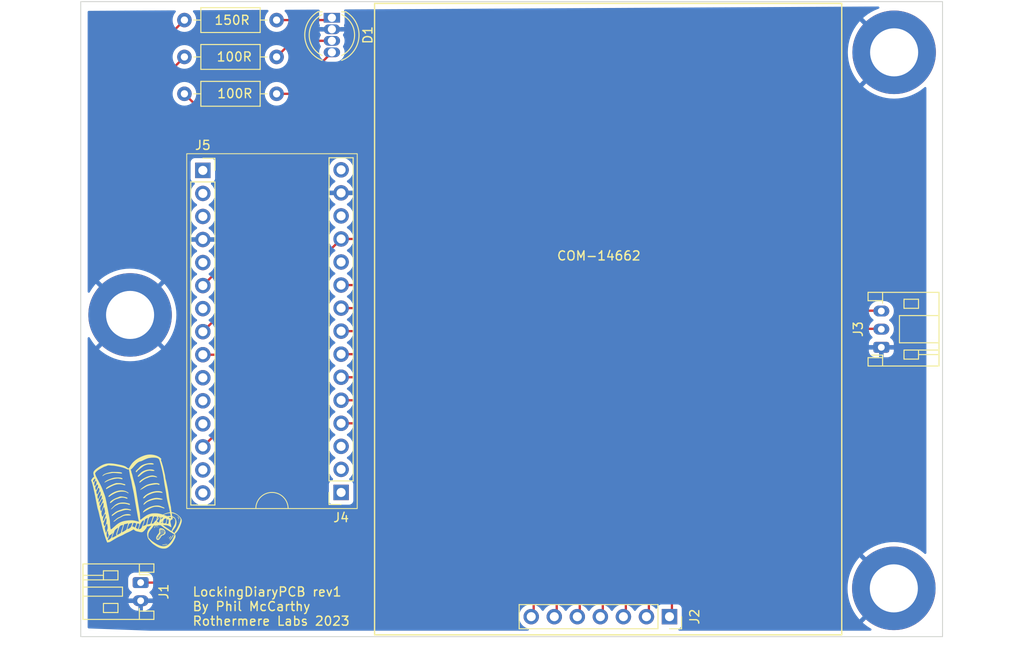
<source format=kicad_pcb>
(kicad_pcb (version 20221018) (generator pcbnew)
  (layers (0 "F.Cu" signal) (31 "B.Cu" signal) (34 "B.Paste" user) (35 "F.Paste" user) (36 "B.SilkS" user "B.Silkscreen") (37 "F.SilkS" user "F.Silkscreen") (38 "B.Mask" user) (39 "F.Mask" user) (44 "Edge.Cuts" user))
  (net 0 "")
  (net 1 "Net-(D1-RA)")
  (net 2 "GND")
  (net 3 "Net-(D1-GA)")
  (net 4 "Net-(D1-BA)")
  (net 5 "+5V")
  (net 6 "/ServoPWM")
  (net 10 "/keys_r2")
  (net 11 "/keys_r3")
  (net 12 "/keys_c3")
  (net 13 "/keys_r4")
  (net 14 "/keys_c1")
  (net 15 "/keys_r1")
  (net 16 "/keys_c2")
  (net 24 "/Red")
  (net 26 "/Green")
  (net 27 "/Blue")
  (footprint "Connector_PinSocket_2.54mm:PinSocket_1x15_P2.54mm_Vertical" (layer "F.Cu") (at 120.142 84.896)
    (fp_text reference "J5" (at 0 -2.77) (layer "F.SilkS"))
    (fp_text value "Every_Nano_RightHdr")
    (pad "1" thru_hole rect (at 0 0) (size 1.7 1.7) (drill 1) (layers "*.Cu" "*.Mask"))
    (pad "2" thru_hole oval (at 0 2.54) (size 1.7 1.7) (drill 1) (layers "*.Cu" "*.Mask"))
    (pad "3" thru_hole oval (at 0 5.08) (size 1.7 1.7) (drill 1) (layers "*.Cu" "*.Mask"))
    (pad "4" thru_hole oval (at 0 7.62) (size 1.7 1.7) (drill 1) (layers "*.Cu" "*.Mask") (net 2 "GND"))
    (pad "5" thru_hole oval (at 0 10.16) (size 1.7 1.7) (drill 1) (layers "*.Cu" "*.Mask"))
    (pad "6" thru_hole oval (at 0 12.7) (size 1.7 1.7) (drill 1) (layers "*.Cu" "*.Mask") (net 24 "/Red"))
    (pad "7" thru_hole oval (at 0 15.24) (size 1.7 1.7) (drill 1) (layers "*.Cu" "*.Mask"))
    (pad "8" thru_hole oval (at 0 17.78) (size 1.7 1.7) (drill 1) (layers "*.Cu" "*.Mask") (net 26 "/Green"))
    (pad "9" thru_hole oval (at 0 20.32) (size 1.7 1.7) (drill 1) (layers "*.Cu" "*.Mask") (net 27 "/Blue"))
    (pad "10" thru_hole oval (at 0 22.86) (size 1.7 1.7) (drill 1) (layers "*.Cu" "*.Mask"))
    (pad "11" thru_hole oval (at 0 25.4) (size 1.7 1.7) (drill 1) (layers "*.Cu" "*.Mask"))
    (pad "12" thru_hole oval (at 0 27.94) (size 1.7 1.7) (drill 1) (layers "*.Cu" "*.Mask"))
    (pad "13" thru_hole oval (at 0 30.48) (size 1.7 1.7) (drill 1) (layers "*.Cu" "*.Mask") (net 6 "/ServoPWM"))
    (pad "14" thru_hole oval (at 0 33.02) (size 1.7 1.7) (drill 1) (layers "*.Cu" "*.Mask"))
    (pad "15" thru_hole oval (at 0 35.56) (size 1.7 1.7) (drill 1) (layers "*.Cu" "*.Mask"))
  )
  (footprint "Connector_PinSocket_2.54mm:PinSocket_1x07_P2.54mm_Vertical" (layer "F.Cu") (at 171.58 134.09 -90)
    (fp_text reference "J2" (at 0 -2.77 90) (layer "F.SilkS"))
    (fp_text value "Keypad_Socket")
    (pad "1" thru_hole rect locked (at 0 0 270) (size 1.7 1.7) (drill 1) (layers "*.Cu" "*.Mask") (net 16 "/keys_c2"))
    (pad "2" thru_hole oval locked (at 0 2.54 270) (size 1.7 1.7) (drill 1) (layers "*.Cu" "*.Mask") (net 15 "/keys_r1"))
    (pad "3" thru_hole oval locked (at 0 5.08 270) (size 1.7 1.7) (drill 1) (layers "*.Cu" "*.Mask") (net 14 "/keys_c1"))
    (pad "4" thru_hole oval locked (at 0 7.62 270) (size 1.7 1.7) (drill 1) (layers "*.Cu" "*.Mask") (net 13 "/keys_r4"))
    (pad "5" thru_hole oval locked (at 0 10.16 270) (size 1.7 1.7) (drill 1) (layers "*.Cu" "*.Mask") (net 12 "/keys_c3"))
    (pad "6" thru_hole oval locked (at 0 12.7 270) (size 1.7 1.7) (drill 1) (layers "*.Cu" "*.Mask") (net 11 "/keys_r3"))
    (pad "7" thru_hole oval locked (at 0 15.24 270) (size 1.7 1.7) (drill 1) (layers "*.Cu" "*.Mask") (net 10 "/keys_r2"))
  )
  (footprint "Resistor_THT:R_Axial_DIN0207_L6.3mm_D2.5mm_P10.16mm_Horizontal" (layer "F.Cu") (at 128.27 72.39 180)
    (fp_text reference "R2" hide)
    (fp_text value "100R")
    (fp_text user "100R" (at 4.66 0.01 unlocked) (layer "F.SilkS"))
    (pad "1" thru_hole circle (at 0 0 180) (size 1.6 1.6) (drill 0.8) (layers "*.Cu" "*.Mask") (net 3 "Net-(D1-GA)"))
    (pad "2" thru_hole oval (at 10.16 0 180) (size 1.6 1.6) (drill 0.8) (layers "*.Cu" "*.Mask") (net 26 "/Green"))
  )
  (footprint "Resistor_THT:R_Axial_DIN0207_L6.3mm_D2.5mm_P10.16mm_Horizontal" (layer "F.Cu") (at 128.27 68.326 180)
    (fp_text reference "R1" hide)
    (fp_text value "150R")
    (fp_text user "150R" (at 4.9 -0.014 unlocked) (layer "F.SilkS"))
    (pad "1" thru_hole circle (at 0 0 180) (size 1.6 1.6) (drill 0.8) (layers "*.Cu" "*.Mask") (net 1 "Net-(D1-RA)"))
    (pad "2" thru_hole oval (at 10.16 0 180) (size 1.6 1.6) (drill 0.8) (layers "*.Cu" "*.Mask") (net 24 "/Red"))
  )
  (footprint "Connector_PinSocket_2.54mm:PinSocket_1x15_P2.54mm_Vertical" (layer "F.Cu") (at 135.382 120.396 180)
    (fp_text reference "J4" (at 0 -2.77) (layer "F.SilkS"))
    (fp_text value "Every_Nano_LeftHdr")
    (pad "1" thru_hole rect (at 0 0 180) (size 1.7 1.7) (drill 1) (layers "*.Cu" "*.Mask"))
    (pad "2" thru_hole oval (at 0 2.54 180) (size 1.7 1.7) (drill 1) (layers "*.Cu" "*.Mask"))
    (pad "3" thru_hole oval (at 0 5.08 180) (size 1.7 1.7) (drill 1) (layers "*.Cu" "*.Mask"))
    (pad "4" thru_hole oval (at 0 7.62 180) (size 1.7 1.7) (drill 1) (layers "*.Cu" "*.Mask") (net 10 "/keys_r2"))
    (pad "5" thru_hole oval (at 0 10.16 180) (size 1.7 1.7) (drill 1) (layers "*.Cu" "*.Mask") (net 11 "/keys_r3"))
    (pad "6" thru_hole oval (at 0 12.7 180) (size 1.7 1.7) (drill 1) (layers "*.Cu" "*.Mask") (net 12 "/keys_c3"))
    (pad "7" thru_hole oval (at 0 15.24 180) (size 1.7 1.7) (drill 1) (layers "*.Cu" "*.Mask") (net 13 "/keys_r4"))
    (pad "8" thru_hole oval (at 0 17.78 180) (size 1.7 1.7) (drill 1) (layers "*.Cu" "*.Mask") (net 14 "/keys_c1"))
    (pad "9" thru_hole oval (at 0 20.32 180) (size 1.7 1.7) (drill 1) (layers "*.Cu" "*.Mask") (net 15 "/keys_r1"))
    (pad "10" thru_hole oval (at 0 22.86 180) (size 1.7 1.7) (drill 1) (layers "*.Cu" "*.Mask") (net 16 "/keys_c2"))
    (pad "11" thru_hole oval (at 0 25.4 180) (size 1.7 1.7) (drill 1) (layers "*.Cu" "*.Mask"))
    (pad "12" thru_hole oval (at 0 27.94 180) (size 1.7 1.7) (drill 1) (layers "*.Cu" "*.Mask") (net 5 "+5V"))
    (pad "13" thru_hole oval (at 0 30.48 180) (size 1.7 1.7) (drill 1) (layers "*.Cu" "*.Mask"))
    (pad "14" thru_hole oval (at 0 33.02 180) (size 1.7 1.7) (drill 1) (layers "*.Cu" "*.Mask") (net 2 "GND"))
    (pad "15" thru_hole oval (at 0 35.56 180) (size 1.7 1.7) (drill 1) (layers "*.Cu" "*.Mask"))
  )
  (footprint "logo:lockingdiarylogo" (layer "F.Cu") (at 112.82 121.4)
    (fp_text reference "G***" hide)
    (fp_text value "LOGO" hide)
  )
  (footprint "MountingHole:MountingHole_5.3mm_M5_DIN965_Pad" (layer "F.Cu") (at 196.31 130.97)
    (fp_text reference "REF**" hide)
    (fp_text value "MountingHole_5.3mm_M5_DIN965_Pad")
    (pad "1" thru_hole circle (at 0 0) (size 9.2 9.2) (drill 5.3) (layers "*.Cu" "*.Mask") (net 2 "GND"))
  )
  (footprint "Connector_JST:JST_PH_S2B-PH-K_1x02_P2.00mm_Horizontal" (layer "F.Cu") (at 113.284 130.334 -90)
    (fp_text reference "J1" (at 1 -2.55 90) (layer "F.SilkS"))
    (fp_text value "Power_Socket")
    (pad "1" thru_hole roundrect (at 0 0 270) (size 1.2 1.75) (drill 0.75) (layers "*.Cu" "*.Mask") (roundrect_rratio 0.2083333333) (net 5 "+5V"))
    (pad "2" thru_hole oval (at 2 0 270) (size 1.2 1.75) (drill 0.75) (layers "*.Cu" "*.Mask") (net 2 "GND"))
  )
  (footprint "MountingHole:MountingHole_5.3mm_M5_DIN965_Pad" (layer "F.Cu") (at 196.342 71.882)
    (fp_text reference "REF**" hide)
    (fp_text value "MountingHole_5.3mm_M5_DIN965_Pad")
    (pad "1" thru_hole circle (at 0 0) (size 9.2 9.2) (drill 5.3) (layers "*.Cu" "*.Mask") (net 2 "GND"))
  )
  (footprint "Resistor_THT:R_Axial_DIN0207_L6.3mm_D2.5mm_P10.16mm_Horizontal" (layer "F.Cu") (at 128.27 76.454 180)
    (fp_text reference "R3" hide)
    (fp_text value "100R")
    (fp_text user "100R" (at 4.6 0.024 unlocked) (layer "F.SilkS"))
    (pad "1" thru_hole circle (at 0 0 180) (size 1.6 1.6) (drill 0.8) (layers "*.Cu" "*.Mask") (net 4 "Net-(D1-BA)"))
    (pad "2" thru_hole oval (at 10.16 0 180) (size 1.6 1.6) (drill 0.8) (layers "*.Cu" "*.Mask") (net 27 "/Blue"))
  )
  (footprint "LED_THT:LED_D5.0mm-4_RGB" (layer "F.Cu") (at 134.366 68.072 -90)
    (fp_text reference "D1" (at 1.905 -3.96 90) (layer "F.SilkS"))
    (fp_text value "LED_RKGB")
    (pad "1" thru_hole rect (at 0 0 270) (size 1.07 1.8) (drill 0.9) (layers "*.Cu" "*.Mask") (net 1 "Net-(D1-RA)"))
    (pad "2" thru_hole oval (at 1.27 0 270) (size 1.07 1.8) (drill 0.9) (layers "*.Cu" "*.Mask") (net 2 "GND"))
    (pad "3" thru_hole oval (at 2.54 0 270) (size 1.07 1.8) (drill 0.9) (layers "*.Cu" "*.Mask") (net 3 "Net-(D1-GA)"))
    (pad "4" thru_hole oval (at 3.81 0 270) (size 1.07 1.8) (drill 0.9) (layers "*.Cu" "*.Mask") (net 4 "Net-(D1-BA)"))
  )
  (footprint "MountingHole:MountingHole_5.3mm_M5_DIN965_Pad" (layer "F.Cu") (at 112.12 100.83)
    (fp_text reference "REF**" hide)
    (fp_text value "MountingHole_5.3mm_M5_DIN965_Pad")
    (pad "1" thru_hole circle (at 0 0) (size 9.2 9.2) (drill 5.3) (layers "*.Cu" "*.Mask") (net 2 "GND"))
  )
  (footprint "Connector_JST:JST_PH_S3B-PH-K_1x03_P2.00mm_Horizontal" (layer "F.Cu") (at 194.93 104.4 90)
    (fp_text reference "J3" (at 2 -2.55 90) (layer "F.SilkS"))
    (fp_text value "Servo_Socket")
    (pad "1" thru_hole roundrect (at 0 0 90) (size 1.2 1.75) (drill 0.75) (layers "*.Cu" "*.Mask") (roundrect_rratio 0.2083333333) (net 2 "GND"))
    (pad "2" thru_hole oval (at 2 0 90) (size 1.2 1.75) (drill 0.75) (layers "*.Cu" "*.Mask") (net 5 "+5V"))
    (pad "3" thru_hole oval (at 4 0 90) (size 1.2 1.75) (drill 0.75) (layers "*.Cu" "*.Mask") (net 6 "/ServoPWM"))
  )
  (gr_arc (start 125.984 122.174) (mid 127.762 120.396) (end 129.54 122.174) (stroke (width 0.1)) (layer "F.SilkS"))
  (gr_rect (start 118.364 83.058) (end 137.16 122.174) (stroke (width 0.1)) (fill none) (layer "F.SilkS"))
  (gr_rect locked (start 139.07 66.49) (end 190.57 136.09) (stroke (width 0.15)) (fill none) (layer "F.SilkS"))
  (gr_rect (start 106.68 66.294) (end 201.68 136.294) (stroke (width 0.1)) (fill none) (layer "Edge.Cuts"))
  (gr_text "LockingDiaryPCB rev1\nBy Phil McCarthy\nRothermere Labs 2023" (at 118.93 135.16) (layer "F.SilkS") (effects (font (size 1 1)) (justify left bottom)))
  (gr_text "COM-14662" (at 159.1 94.9) (layer "F.SilkS") (effects (font (size 1 1)) (justify left bottom)))
  (segment (start 128.27 68.326) (end 134.112 68.326) (width 0.25) (layer "F.Cu") (net 1))
  (segment (start 134.112 68.326) (end 134.366 68.072) (width 0.25) (layer "F.Cu") (net 1))
  (segment (start 130.048 70.612) (end 134.366 70.612) (width 0.25) (layer "F.Cu") (net 3))
  (segment (start 128.27 72.39) (end 130.048 70.612) (width 0.25) (layer "F.Cu") (net 3))
  (segment (start 129.794 76.454) (end 134.366 71.882) (width 0.25) (layer "F.Cu") (net 4))
  (segment (start 128.27 76.454) (end 129.794 76.454) (width 0.25) (layer "F.Cu") (net 4))
  (segment (start 129 130.334) (end 132.334 127) (width 0.25) (layer "F.Cu") (net 5))
  (segment (start 132.334 127) (end 132.334 95.504) (width 0.25) (layer "F.Cu") (net 5))
  (segment (start 163.322 102.362) (end 194.654 102.362) (width 0.25) (layer "F.Cu") (net 5))
  (segment (start 113.284 130.334) (end 129 130.334) (width 0.25) (layer "F.Cu") (net 5))
  (segment (start 135.382 92.456) (end 153.416 92.456) (width 0.25) (layer "F.Cu") (net 5))
  (segment (start 153.416 92.456) (end 163.322 102.362) (width 0.25) (layer "F.Cu") (net 5))
  (segment (start 132.334 95.504) (end 135.382 92.456) (width 0.25) (layer "F.Cu") (net 5))
  (segment (start 120.142 115.376) (end 130.556 104.962) (width 0.25) (layer "F.Cu") (net 6))
  (segment (start 165.386 100.362) (end 194.654 100.362) (width 0.25) (layer "F.Cu") (net 6))
  (segment (start 132.588 80.518) (end 145.542 80.518) (width 0.25) (layer "F.Cu") (net 6))
  (segment (start 145.542 80.518) (end 165.386 100.362) (width 0.25) (layer "F.Cu") (net 6))
  (segment (start 130.556 82.55) (end 132.588 80.518) (width 0.25) (layer "F.Cu") (net 6))
  (segment (start 130.556 104.962) (end 130.556 82.55) (width 0.25) (layer "F.Cu") (net 6))
  (segment (start 135.382 112.776) (end 138.43 112.776) (width 0.25) (layer "F.Cu") (net 10))
  (segment (start 138.43 112.776) (end 156.61 130.956) (width 0.25) (layer "F.Cu") (net 10))
  (segment (start 156.61 130.956) (end 156.61 134.09) (width 0.25) (layer "F.Cu") (net 10))
  (segment (start 138.76 110.18) (end 159.15 130.57) (width 0.25) (layer "F.Cu") (net 11))
  (segment (start 138.704 110.236) (end 138.76 110.18) (width 0.25) (layer "F.Cu") (net 11))
  (segment (start 135.382 110.236) (end 138.704 110.236) (width 0.25) (layer "F.Cu") (net 11))
  (segment (start 159.15 130.57) (end 159.15 134.09) (width 0.25) (layer "F.Cu") (net 11))
  (segment (start 161.69 130.956) (end 161.69 134.09) (width 0.25) (layer "F.Cu") (net 12))
  (segment (start 138.43 107.696) (end 161.69 130.956) (width 0.25) (layer "F.Cu") (net 12))
  (segment (start 135.382 107.696) (end 138.43 107.696) (width 0.25) (layer "F.Cu") (net 12))
  (segment (start 135.382 105.156) (end 138.43 105.156) (width 0.25) (layer "F.Cu") (net 13))
  (segment (start 164.23 130.956) (end 164.23 134.09) (width 0.25) (layer "F.Cu") (net 13))
  (segment (start 138.43 105.156) (end 164.23 130.956) (width 0.25) (layer "F.Cu") (net 13))
  (segment (start 138.43 102.616) (end 166.77 130.956) (width 0.25) (layer "F.Cu") (net 14))
  (segment (start 166.77 130.956) (end 166.77 134.09) (width 0.25) (layer "F.Cu") (net 14))
  (segment (start 135.382 102.616) (end 138.43 102.616) (width 0.25) (layer "F.Cu") (net 14))
  (segment (start 169.31 131.21) (end 169.31 134.09) (width 0.25) (layer "F.Cu") (net 15))
  (segment (start 138.176 100.076) (end 169.31 131.21) (width 0.25) (layer "F.Cu") (net 15))
  (segment (start 135.382 100.076) (end 138.176 100.076) (width 0.25) (layer "F.Cu") (net 15))
  (segment (start 171.85 131.464) (end 171.85 134.09) (width 0.25) (layer "F.Cu") (net 16))
  (segment (start 137.922 97.536) (end 171.85 131.464) (width 0.25) (layer "F.Cu") (net 16))
  (segment (start 135.382 97.536) (end 137.922 97.536) (width 0.25) (layer "F.Cu") (net 16))
  (segment (start 117.094 81.28) (end 115.57 79.756) (width 0.25) (layer "F.Cu") (net 24))
  (segment (start 115.57 70.866) (end 118.11 68.326) (width 0.25) (layer "F.Cu") (net 24))
  (segment (start 125.222 92.516) (end 125.222 82.55) (width 0.25) (layer "F.Cu") (net 24))
  (segment (start 125.222 82.55) (end 123.952 81.28) (width 0.25) (layer "F.Cu") (net 24))
  (segment (start 120.142 97.596) (end 125.222 92.516) (width 0.25) (layer "F.Cu") (net 24))
  (segment (start 115.57 79.756) (end 115.57 70.866) (width 0.25) (layer "F.Cu") (net 24))
  (segment (start 123.952 81.28) (end 117.094 81.28) (width 0.25) (layer "F.Cu") (net 24))
  (segment (start 120.142 102.676) (end 127.254 95.564) (width 0.25) (layer "F.Cu") (net 26))
  (segment (start 116.332 74.168) (end 118.11 72.39) (width 0.25) (layer "F.Cu") (net 26))
  (segment (start 127.254 95.564) (end 127.254 94.488) (width 0.25) (layer "F.Cu") (net 26))
  (segment (start 116.332 77.978) (end 116.332 74.168) (width 0.25) (layer "F.Cu") (net 26))
  (segment (start 118.11 79.756) (end 116.332 77.978) (width 0.25) (layer "F.Cu") (net 26))
  (segment (start 127.254 81.026) (end 125.984 79.756) (width 0.25) (layer "F.Cu") (net 26))
  (segment (start 125.984 79.756) (end 118.11 79.756) (width 0.25) (layer "F.Cu") (net 26))
  (segment (start 127.254 94.488) (end 127.254 81.026) (width 0.25) (layer "F.Cu") (net 26))
  (segment (start 129.54 98.552) (end 129.54 79.248) (width 0.25) (layer "F.Cu") (net 27))
  (segment (start 128.778 78.486) (end 120.142 78.486) (width 0.25) (layer "F.Cu") (net 27))
  (segment (start 129.54 79.248) (end 128.778 78.486) (width 0.25) (layer "F.Cu") (net 27))
  (segment (start 120.142 105.216) (end 122.876 105.216) (width 0.25) (layer "F.Cu") (net 27))
  (segment (start 120.142 78.486) (end 118.11 76.454) (width 0.25) (layer "F.Cu") (net 27))
  (segment (start 122.876 105.216) (end 129.54 98.552) (width 0.25) (layer "F.Cu") (net 27))
  (zone (net 2) (net_name "GND") (layer "B.Cu") (connect_pads (clearance 0.5)) (min_thickness 0.25) (fill yes (thermal_gap 0.5) (thermal_bridge_width 0.5))
    (polygon (pts (xy 107.442 135.382) (xy 107.442 67.31) (xy 199.898 66.802) (xy 199.898 135.636) (xy 114.3 135.636)))
  )
)
</source>
